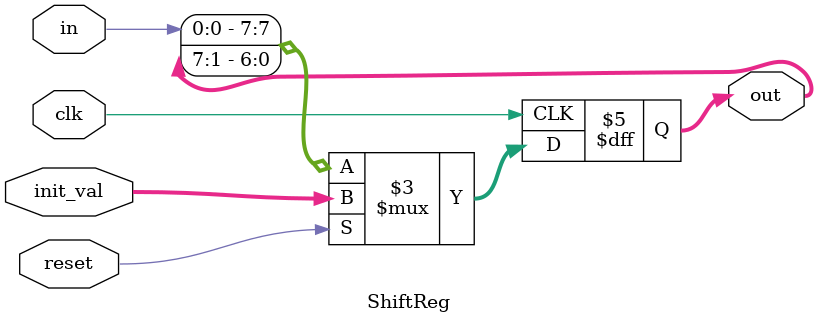
<source format=v>
module ShiftReg (
    input clk,
    input reset,
    input in,
    input [7:0] init_val,
    output reg [7:0] out
);

    always @(posedge clk ) begin
        if (reset) out <= init_val;
        else out <= {in, out[7:1]};
    end

endmodule
</source>
